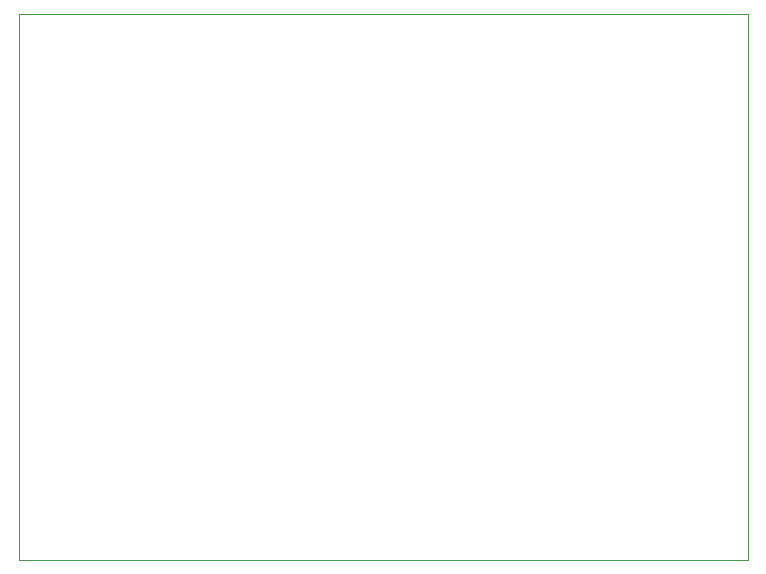
<source format=gbr>
%TF.GenerationSoftware,KiCad,Pcbnew,8.0.5*%
%TF.CreationDate,2024-10-18T14:20:25+07:00*%
%TF.ProjectId,stm32la_pcb,73746d33-326c-4615-9f70-63622e6b6963,rev?*%
%TF.SameCoordinates,Original*%
%TF.FileFunction,Profile,NP*%
%FSLAX46Y46*%
G04 Gerber Fmt 4.6, Leading zero omitted, Abs format (unit mm)*
G04 Created by KiCad (PCBNEW 8.0.5) date 2024-10-18 14:20:25*
%MOMM*%
%LPD*%
G01*
G04 APERTURE LIST*
%TA.AperFunction,Profile*%
%ADD10C,0.050000*%
%TD*%
G04 APERTURE END LIST*
D10*
X69250000Y-52500000D02*
X131000000Y-52500000D01*
X131000000Y-98750000D01*
X69250000Y-98750000D01*
X69250000Y-52500000D01*
M02*

</source>
